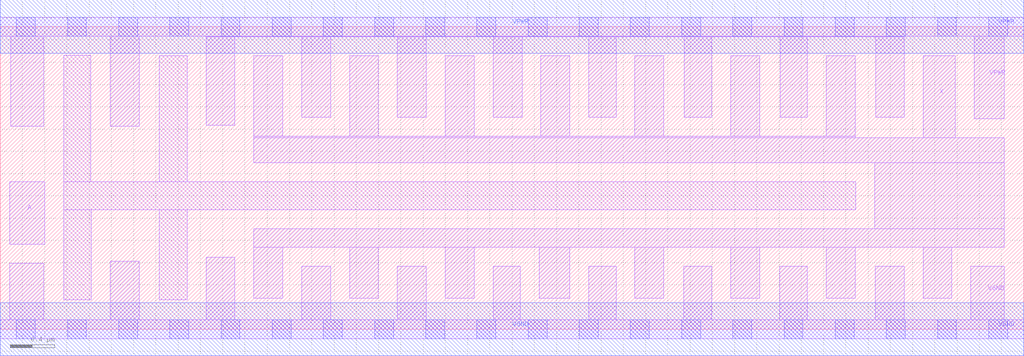
<source format=lef>
# Copyright 2020 The SkyWater PDK Authors
#
# Licensed under the Apache License, Version 2.0 (the "License");
# you may not use this file except in compliance with the License.
# You may obtain a copy of the License at
#
#     https://www.apache.org/licenses/LICENSE-2.0
#
# Unless required by applicable law or agreed to in writing, software
# distributed under the License is distributed on an "AS IS" BASIS,
# WITHOUT WARRANTIES OR CONDITIONS OF ANY KIND, either express or implied.
# See the License for the specific language governing permissions and
# limitations under the License.
#
# SPDX-License-Identifier: Apache-2.0

VERSION 5.7 ;
  NAMESCASESENSITIVE ON ;
  NOWIREEXTENSIONATPIN ON ;
  DIVIDERCHAR "/" ;
  BUSBITCHARS "[]" ;
UNITS
  DATABASE MICRONS 200 ;
END UNITS
MACRO sky130_fd_sc_hd__clkbuf_16
  CLASS CORE ;
  SOURCE USER ;
  FOREIGN sky130_fd_sc_hd__clkbuf_16 ;
  ORIGIN  0.000000  0.000000 ;
  SIZE  9.200000 BY  2.720000 ;
  SYMMETRY X Y R90 ;
  SITE unithd ;
  PIN A
    ANTENNAGATEAREA  0.852000 ;
    DIRECTION INPUT ;
    USE SIGNAL ;
    PORT
      LAYER li1 ;
        RECT 0.085000 0.765000 0.400000 1.325000 ;
    END
  END A
  PIN X
    ANTENNADIFFAREA  3.180800 ;
    DIRECTION OUTPUT ;
    USE SIGNAL ;
    PORT
      LAYER li1 ;
        RECT 2.280000 0.280000 2.540000 0.735000 ;
        RECT 2.280000 0.735000 9.025000 0.905000 ;
        RECT 2.280000 1.495000 9.025000 1.720000 ;
        RECT 2.280000 1.720000 7.685000 1.735000 ;
        RECT 2.280000 1.735000 2.540000 2.460000 ;
        RECT 3.140000 0.280000 3.400000 0.735000 ;
        RECT 3.140000 1.735000 3.400000 2.460000 ;
        RECT 4.000000 0.280000 4.260000 0.735000 ;
        RECT 4.000000 1.735000 4.260000 2.460000 ;
        RECT 4.845000 0.280000 5.120000 0.735000 ;
        RECT 4.860000 1.735000 5.120000 2.460000 ;
        RECT 5.705000 0.280000 5.965000 0.735000 ;
        RECT 5.705000 1.735000 5.965000 2.460000 ;
        RECT 6.565000 0.280000 6.825000 0.735000 ;
        RECT 6.565000 1.735000 6.825000 2.460000 ;
        RECT 7.425000 0.280000 7.685000 0.735000 ;
        RECT 7.425000 1.735000 7.685000 2.460000 ;
        RECT 7.860000 0.905000 9.025000 1.495000 ;
        RECT 8.295000 0.280000 8.555000 0.735000 ;
        RECT 8.295000 1.720000 8.585000 2.460000 ;
    END
  END X
  PIN VGND
    DIRECTION INOUT ;
    SHAPE ABUTMENT ;
    USE GROUND ;
    PORT
      LAYER li1 ;
        RECT 0.000000 -0.085000 9.200000 0.085000 ;
        RECT 0.085000  0.085000 0.390000 0.595000 ;
        RECT 0.990000  0.085000 1.250000 0.610000 ;
        RECT 1.850000  0.085000 2.110000 0.645000 ;
        RECT 2.710000  0.085000 2.970000 0.565000 ;
        RECT 3.570000  0.085000 3.830000 0.565000 ;
        RECT 4.430000  0.085000 4.675000 0.565000 ;
        RECT 5.290000  0.085000 5.535000 0.565000 ;
        RECT 6.145000  0.085000 6.395000 0.565000 ;
        RECT 7.005000  0.085000 7.255000 0.565000 ;
        RECT 7.865000  0.085000 8.125000 0.565000 ;
        RECT 8.725000  0.085000 9.025000 0.565000 ;
      LAYER mcon ;
        RECT 0.145000 -0.085000 0.315000 0.085000 ;
        RECT 0.605000 -0.085000 0.775000 0.085000 ;
        RECT 1.065000 -0.085000 1.235000 0.085000 ;
        RECT 1.525000 -0.085000 1.695000 0.085000 ;
        RECT 1.985000 -0.085000 2.155000 0.085000 ;
        RECT 2.445000 -0.085000 2.615000 0.085000 ;
        RECT 2.905000 -0.085000 3.075000 0.085000 ;
        RECT 3.365000 -0.085000 3.535000 0.085000 ;
        RECT 3.825000 -0.085000 3.995000 0.085000 ;
        RECT 4.285000 -0.085000 4.455000 0.085000 ;
        RECT 4.745000 -0.085000 4.915000 0.085000 ;
        RECT 5.205000 -0.085000 5.375000 0.085000 ;
        RECT 5.665000 -0.085000 5.835000 0.085000 ;
        RECT 6.125000 -0.085000 6.295000 0.085000 ;
        RECT 6.585000 -0.085000 6.755000 0.085000 ;
        RECT 7.045000 -0.085000 7.215000 0.085000 ;
        RECT 7.505000 -0.085000 7.675000 0.085000 ;
        RECT 7.965000 -0.085000 8.135000 0.085000 ;
        RECT 8.425000 -0.085000 8.595000 0.085000 ;
        RECT 8.885000 -0.085000 9.055000 0.085000 ;
      LAYER met1 ;
        RECT 0.000000 -0.240000 9.200000 0.240000 ;
    END
  END VGND
  PIN VPWR
    DIRECTION INOUT ;
    SHAPE ABUTMENT ;
    USE POWER ;
    PORT
      LAYER li1 ;
        RECT 0.000000 2.635000 9.200000 2.805000 ;
        RECT 0.095000 1.825000 0.390000 2.635000 ;
        RECT 0.990000 1.825000 1.250000 2.635000 ;
        RECT 1.850000 1.835000 2.110000 2.630000 ;
        RECT 1.850000 2.630000 8.125000 2.635000 ;
        RECT 2.710000 1.905000 2.970000 2.630000 ;
        RECT 3.570000 1.905000 3.830000 2.630000 ;
        RECT 4.430000 1.905000 4.690000 2.630000 ;
        RECT 5.290000 1.905000 5.535000 2.630000 ;
        RECT 6.150000 1.905000 6.395000 2.630000 ;
        RECT 7.010000 1.905000 7.255000 2.630000 ;
        RECT 7.870000 1.905000 8.125000 2.630000 ;
        RECT 8.755000 1.890000 9.025000 2.635000 ;
      LAYER mcon ;
        RECT 0.145000 2.635000 0.315000 2.805000 ;
        RECT 0.605000 2.635000 0.775000 2.805000 ;
        RECT 1.065000 2.635000 1.235000 2.805000 ;
        RECT 1.525000 2.635000 1.695000 2.805000 ;
        RECT 1.985000 2.635000 2.155000 2.805000 ;
        RECT 2.445000 2.635000 2.615000 2.805000 ;
        RECT 2.905000 2.635000 3.075000 2.805000 ;
        RECT 3.365000 2.635000 3.535000 2.805000 ;
        RECT 3.825000 2.635000 3.995000 2.805000 ;
        RECT 4.285000 2.635000 4.455000 2.805000 ;
        RECT 4.745000 2.635000 4.915000 2.805000 ;
        RECT 5.205000 2.635000 5.375000 2.805000 ;
        RECT 5.665000 2.635000 5.835000 2.805000 ;
        RECT 6.125000 2.635000 6.295000 2.805000 ;
        RECT 6.585000 2.635000 6.755000 2.805000 ;
        RECT 7.045000 2.635000 7.215000 2.805000 ;
        RECT 7.505000 2.635000 7.675000 2.805000 ;
        RECT 7.965000 2.635000 8.135000 2.805000 ;
        RECT 8.425000 2.635000 8.595000 2.805000 ;
        RECT 8.885000 2.635000 9.055000 2.805000 ;
      LAYER met1 ;
        RECT 0.000000 2.480000 9.200000 2.960000 ;
    END
  END VPWR
  OBS
    LAYER li1 ;
      RECT 0.570000 0.265000 0.820000 1.075000 ;
      RECT 0.570000 1.075000 7.690000 1.325000 ;
      RECT 0.570000 1.325000 0.815000 2.465000 ;
      RECT 1.430000 0.265000 1.680000 1.075000 ;
      RECT 1.430000 1.325000 1.680000 2.460000 ;
  END
END sky130_fd_sc_hd__clkbuf_16
END LIBRARY

</source>
